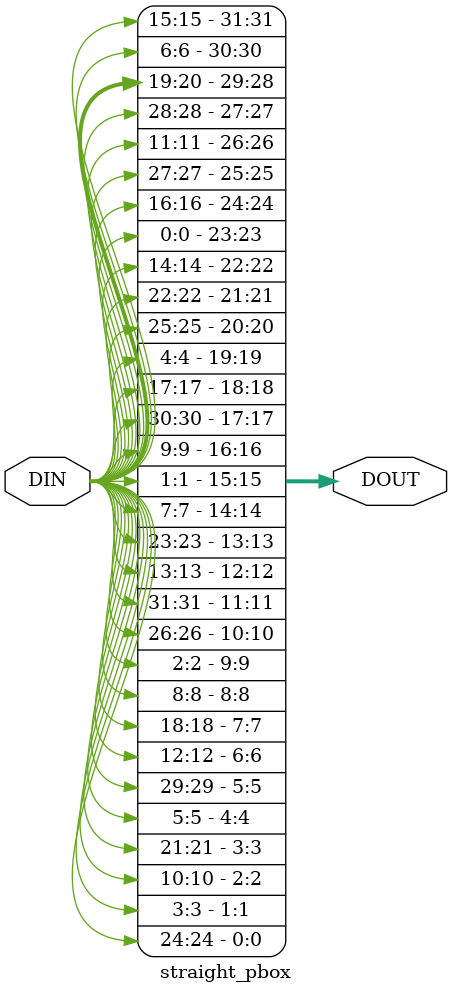
<source format=v>
module straight_pbox (input [0:31] DIN, output [0:31] DOUT);

	assign DOUT[0] = DIN[15];
	assign DOUT[1] = DIN[6];
	assign DOUT[2] = DIN[19];
	assign DOUT[3] = DIN[20];
	assign DOUT[4] = DIN[28];
	assign DOUT[5] = DIN[11];
	assign DOUT[6] = DIN[27];
	assign DOUT[7] = DIN[16];
	assign DOUT[8] = DIN[0];
	assign DOUT[9] = DIN[14];
	assign DOUT[10] = DIN[22];
	assign DOUT[11] = DIN[25];
	assign DOUT[12] = DIN[4];
	assign DOUT[13] = DIN[17];
	assign DOUT[14] = DIN[30];
	assign DOUT[15] = DIN[9];
	assign DOUT[16] = DIN[1];
	assign DOUT[17] = DIN[7];
	assign DOUT[18] = DIN[23];
	assign DOUT[19] = DIN[13];
	assign DOUT[20] = DIN[31];
	assign DOUT[21] = DIN[26];
	assign DOUT[22] = DIN[2];
	assign DOUT[23] = DIN[8];
	assign DOUT[24] = DIN[18];
	assign DOUT[25] = DIN[12];
	assign DOUT[26] = DIN[29];
	assign DOUT[27] = DIN[5];
	assign DOUT[28] = DIN[21];
	assign DOUT[29] = DIN[10];
	assign DOUT[30] = DIN[3];
	assign DOUT[31] = DIN[24];
	
endmodule

</source>
